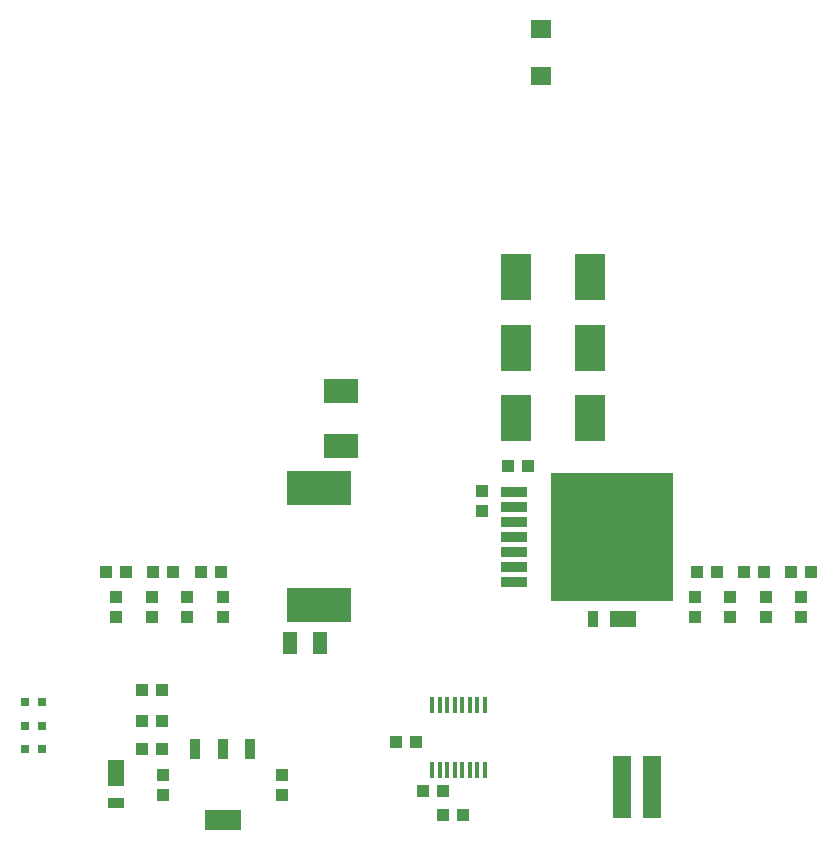
<source format=gbr>
G04 EAGLE Gerber RS-274X export*
G75*
%MOMM*%
%FSLAX34Y34*%
%LPD*%
%INSolderpaste Top*%
%IPPOS*%
%AMOC8*
5,1,8,0,0,1.08239X$1,22.5*%
G01*
%ADD10R,0.355600X1.460500*%
%ADD11R,1.100000X1.000000*%
%ADD12R,0.850800X1.761200*%
%ADD13R,3.150800X1.761200*%
%ADD14R,1.000000X1.100000*%
%ADD15R,5.400000X2.900000*%
%ADD16R,2.160000X0.910000*%
%ADD17R,10.410000X10.800000*%
%ADD18R,2.500000X4.000000*%
%ADD19R,0.800000X0.800000*%
%ADD20R,3.000000X2.000000*%
%ADD21R,1.168400X1.930400*%
%ADD22R,0.900000X1.400000*%
%ADD23R,2.200000X1.400000*%
%ADD24R,1.400000X0.900000*%
%ADD25R,1.400000X2.200000*%
%ADD26R,1.676400X1.524000*%
%ADD27R,1.650000X5.330000*%


D10*
X422225Y197242D03*
X415875Y197242D03*
X409525Y197242D03*
X403175Y197242D03*
X396825Y197242D03*
X390475Y197242D03*
X384125Y197242D03*
X377775Y197242D03*
X377775Y142759D03*
X384125Y142759D03*
X390475Y142759D03*
X396825Y142759D03*
X403175Y142759D03*
X409525Y142759D03*
X415875Y142759D03*
X422225Y142759D03*
D11*
X346500Y166000D03*
X363500Y166000D03*
D12*
X223000Y160250D03*
X200000Y160250D03*
X177000Y160250D03*
D13*
X200000Y99750D03*
D14*
X150000Y138500D03*
X150000Y121500D03*
X250000Y121500D03*
X250000Y138500D03*
D11*
X118500Y310000D03*
X101500Y310000D03*
D14*
X141500Y310000D03*
X158500Y310000D03*
D11*
X170000Y271500D03*
X170000Y288500D03*
X140000Y271500D03*
X140000Y288500D03*
X110000Y271500D03*
X110000Y288500D03*
X200000Y271500D03*
X200000Y288500D03*
X181500Y310000D03*
X198500Y310000D03*
D15*
X281700Y381100D03*
X281700Y282100D03*
D16*
X446800Y378100D03*
X446800Y365400D03*
X446800Y352700D03*
X446800Y340000D03*
X446800Y327300D03*
X446800Y314600D03*
X446800Y301900D03*
D17*
X530000Y340000D03*
D14*
X420000Y378500D03*
X420000Y361500D03*
D11*
X458500Y400000D03*
X441500Y400000D03*
D18*
X448500Y560000D03*
X511500Y560000D03*
X448500Y500000D03*
X511500Y500000D03*
X448500Y440000D03*
X511500Y440000D03*
D11*
X386500Y125000D03*
X369500Y125000D03*
D14*
X131500Y160000D03*
X148500Y160000D03*
X131500Y183900D03*
X148500Y183900D03*
X131500Y210000D03*
X148500Y210000D03*
D19*
X32500Y160000D03*
X47500Y160000D03*
X32500Y180000D03*
X47500Y180000D03*
X32500Y200000D03*
X47500Y200000D03*
D20*
X300000Y463250D03*
X300000Y416750D03*
D21*
X257300Y250000D03*
X282700Y250000D03*
D22*
X514000Y270000D03*
D23*
X539500Y270000D03*
D24*
X110000Y114000D03*
D25*
X110000Y139500D03*
D14*
X403500Y104000D03*
X386500Y104000D03*
D11*
X618500Y310000D03*
X601500Y310000D03*
D14*
X658500Y310000D03*
X641500Y310000D03*
D11*
X600000Y271500D03*
X600000Y288500D03*
X660000Y271500D03*
X660000Y288500D03*
X690000Y271500D03*
X690000Y288500D03*
X630000Y271500D03*
X630000Y288500D03*
X681500Y310000D03*
X698500Y310000D03*
D26*
X470000Y730315D03*
X470000Y769685D03*
D27*
X563700Y127900D03*
X538300Y127900D03*
M02*

</source>
